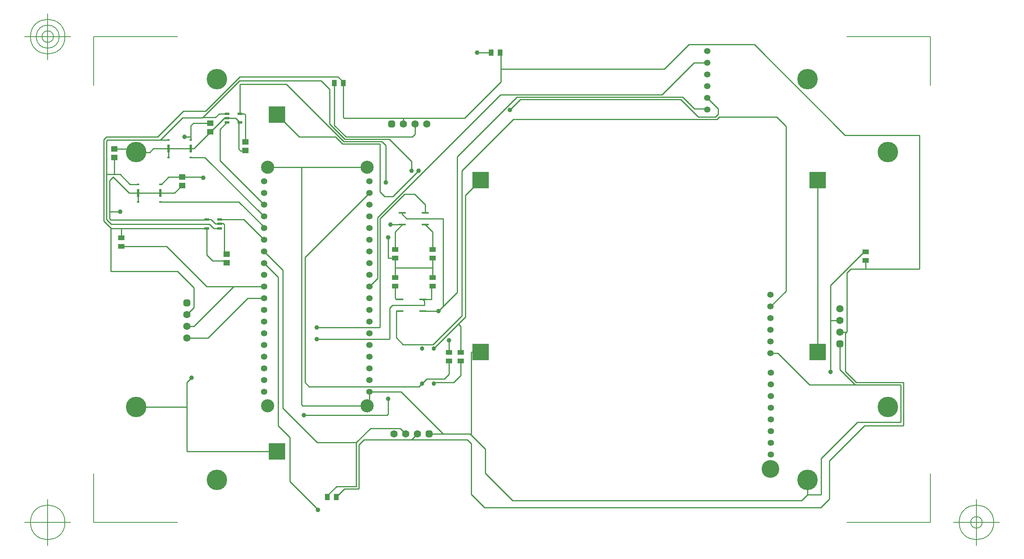
<source format=gbr>
G04 Generated by Ultiboard 14.2 *
%FSLAX24Y24*%
%MOIN*%

%ADD10C,0.0001*%
%ADD11C,0.0100*%
%ADD12C,0.0050*%
%ADD13C,0.0394*%
%ADD14C,0.1750*%
%ADD15R,0.0591X0.0157*%
%ADD16C,0.0380*%
%ADD17C,0.0534*%
%ADD18C,0.1518*%
%ADD19R,0.1430X0.1430*%
%ADD20C,0.1124*%
%ADD21R,0.0433X0.0236*%
%ADD22R,0.0236X0.0657*%
%ADD23R,0.0236X0.0157*%
%ADD24R,0.0551X0.0413*%
%ADD25R,0.0413X0.0551*%
%ADD26C,0.0633*%
%ADD27R,0.0208X0.0208*%
%ADD28C,0.0392*%
%ADD29R,0.0571X0.0453*%


G04 ColorRGB 00FF00 for the following layer *
%LNCopper Top*%
%LPD*%
G54D10*
G54D11*
X30200Y2374D02*
X30074Y2374D01*
X30126Y1626D02*
X30200Y1626D01*
X-8600Y-13700D02*
X-8096Y-13196D01*
X-12671Y-13700D02*
X-13100Y-14129D01*
X-13129Y-17900D02*
X-13100Y-17871D01*
X-13100Y-14129D01*
X-14326Y-17900D02*
X-15026Y-18600D01*
X-14326Y-17900D02*
X-13129Y-17900D01*
X-13329Y-17700D02*
X-13300Y-17671D01*
X-26135Y5100D02*
X-26106Y5129D01*
X-25355Y4755D02*
X-25729Y5129D01*
X-26106Y5129D01*
X-29345Y11200D02*
X-29345Y10450D01*
X-9563Y-12729D02*
X-9096Y-13196D01*
X-13315Y-17685D02*
X-13315Y-13944D01*
X-12100Y-12729D01*
X-6900Y2674D02*
X-6800Y2574D01*
X-9900Y2674D02*
X-10000Y2574D01*
X-10000Y1826D02*
X-10000Y174D01*
X-10000Y-574D02*
X-10000Y-1600D01*
X-9900Y-1700D01*
X-6800Y174D02*
X-6800Y1826D01*
X-10000Y1000D02*
X-6800Y1000D01*
X30074Y2374D02*
X27200Y-500D01*
X27200Y-3471D02*
X27229Y-3500D01*
X28000Y-3500D01*
X28571Y-4500D02*
X28000Y-4500D01*
X28600Y-4471D02*
X28571Y-4500D01*
X-10000Y1826D02*
X-10574Y1826D01*
X-27200Y-2400D02*
X-27800Y-3000D01*
X-6574Y1826D02*
X-6800Y1826D01*
X-33781Y4381D02*
X-26106Y4381D01*
X-34252Y4381D02*
X-33810Y4381D01*
X-12100Y-12729D02*
X-9563Y-12729D01*
X-34300Y5100D02*
X-26135Y5100D01*
X-34300Y5100D02*
X-34400Y5200D01*
X-33500Y5800D02*
X-34400Y5800D01*
X28585Y-4485D02*
X28585Y-4500D01*
X28485Y-4600D02*
X28585Y-4500D01*
X28485Y-4600D02*
X28485Y-7856D01*
X28000Y-5500D02*
X28000Y-7700D01*
X28600Y-4471D02*
X28600Y571D01*
X30229Y900D02*
X30200Y929D01*
X30200Y1626D02*
X30200Y929D01*
X28929Y900D02*
X30200Y900D01*
X28929Y900D02*
X28600Y571D01*
X34800Y929D02*
X34771Y900D01*
X30229Y900D02*
X34771Y900D01*
X34800Y929D02*
X34800Y9800D01*
X34771Y12350D02*
X34800Y12321D01*
X34800Y9800D02*
X34800Y12321D01*
X29050Y12350D02*
X34771Y12350D01*
X29500Y-12200D02*
X26400Y-15300D01*
X26371Y-18400D02*
X26400Y-18371D01*
X26400Y-15300D02*
X26400Y-18371D01*
X33200Y-12171D02*
X33171Y-12200D01*
X29500Y-12200D01*
X-26200Y14400D02*
X-28100Y14400D01*
X-30300Y12200D01*
X-34252Y4381D02*
X-34881Y5010D01*
X-34881Y11971D02*
X-34652Y12200D01*
X-30300Y12200D01*
X-34881Y5010D02*
X-34881Y11971D01*
X25240Y-17140D02*
X25240Y-18360D01*
X-25475Y4375D02*
X-25004Y4375D01*
X-25850Y4750D02*
X-25475Y4375D01*
X-34250Y4750D02*
X-25850Y4750D01*
X-34650Y5150D02*
X-34250Y4750D01*
X-34650Y11850D02*
X-34650Y5150D01*
X-34550Y11950D02*
X-34650Y11850D01*
X-34550Y11950D02*
X-29345Y11950D01*
X-25355Y4755D02*
X-24801Y4755D01*
X-27455Y11950D02*
X-27455Y13145D01*
X-34029Y9000D02*
X-34000Y9029D01*
X-34000Y10446D02*
X-34000Y9029D01*
X-29310Y11190D02*
X-29300Y11200D01*
X-33400Y4381D02*
X-33400Y3574D01*
X-33400Y2826D02*
X-29526Y2826D01*
X-34285Y4415D02*
X-34285Y685D01*
X-9500Y-9600D02*
X-5904Y-13196D01*
X-21900Y-600D02*
X-21200Y-600D01*
X-21200Y2400D02*
X-19600Y800D01*
X-21200Y1400D02*
X-20000Y200D01*
X-19600Y800D02*
X-19600Y-11000D01*
X-16671Y-13929D01*
X-19000Y-13500D02*
X-19000Y-17271D01*
X-16571Y-19700D01*
X-20000Y-12500D02*
X-19000Y-13500D01*
X-20000Y200D02*
X-20000Y-12500D01*
X-25004Y5135D02*
X-22935Y5135D01*
X-21200Y3400D01*
X27200Y-500D02*
X27200Y-3600D01*
X27200Y-7871D02*
X27200Y-3600D01*
X-10574Y3571D02*
X-10603Y3600D01*
X-10574Y1826D02*
X-10574Y3571D01*
X-10800Y8300D02*
X-10800Y11471D01*
X-12400Y9600D02*
X-20900Y9600D01*
X-16671Y-13929D02*
X-13315Y-13929D01*
X-13300Y-13929D01*
X-6900Y-674D02*
X-6800Y-574D01*
X-6900Y-1700D02*
X-6900Y-674D01*
X33171Y-9000D02*
X33200Y-9029D01*
X28000Y-7700D02*
X29300Y-9000D01*
X33200Y-9029D02*
X33200Y-12171D01*
X29300Y-9000D02*
X33171Y-9000D01*
X28485Y-7856D02*
X29415Y-8785D01*
X33435Y-8815D02*
X33406Y-8785D01*
X33435Y-12471D02*
X33406Y-12500D01*
X29415Y-8785D02*
X33406Y-8785D01*
X33435Y-8815D02*
X33435Y-12471D01*
X-14352Y13800D02*
X-6800Y13800D01*
X-21200Y-1600D02*
X-22600Y-1600D01*
X-29526Y2826D02*
X-26100Y-600D01*
X-21900Y-600D01*
X-26000Y-5000D02*
X-27800Y-5000D01*
X-22600Y-1600D02*
X-26000Y-5000D01*
X-23800Y-600D02*
X-27200Y-4000D01*
X-27800Y-4000D01*
X-15774Y-18474D02*
X-15000Y-17700D01*
X-13329Y-17700D01*
X-15774Y-18600D02*
X-15774Y-18474D01*
X30100Y-12500D02*
X27100Y-15500D01*
X27100Y-18771D01*
X33406Y-12500D02*
X30100Y-12500D01*
X29050Y12350D02*
X28450Y12350D01*
X20700Y20100D01*
X26371Y-19500D02*
X-2371Y-19500D01*
X26371Y-19500D02*
X27100Y-18771D01*
X26371Y-18400D02*
X25240Y-18400D01*
X-2371Y-19500D02*
X-3500Y-18371D01*
X-3829Y-13700D02*
X-3500Y-14029D01*
X-12671Y-13700D02*
X-3829Y-13700D01*
X-3500Y-18371D02*
X-3500Y-14029D01*
X-33450Y9000D02*
X-34650Y9000D01*
X-34400Y8471D02*
X-34096Y8775D01*
X-34400Y5200D02*
X-34400Y8471D01*
X-33500Y9000D02*
X-32650Y8150D01*
X-31945Y8150D01*
X-32721Y7400D02*
X-34096Y8775D01*
X-31945Y7400D02*
X-31945Y6650D01*
X-30055Y8150D02*
X-29950Y8150D01*
X-29346Y8754D01*
X-32721Y7400D02*
X-28846Y7400D01*
X-28200Y8046D01*
X-25600Y1600D02*
X-24400Y1600D01*
X-24400Y1446D01*
X-25004Y4755D02*
X-25004Y4800D01*
X-24700Y4800D01*
X-24600Y4700D01*
X-24600Y2154D01*
X-24400Y2154D01*
X-26100Y4375D02*
X-26100Y2100D01*
X-26106Y4381D02*
X-26100Y4375D01*
X-26100Y2100D02*
X-25600Y1600D01*
X-11500Y100D02*
X-12200Y-600D01*
X-27455Y12200D02*
X-28000Y12200D01*
X14571Y15600D02*
X15571Y14600D01*
X15540Y18540D02*
X16660Y18540D01*
X15571Y14600D02*
X16600Y14600D01*
X16660Y14540D01*
X17600Y14600D02*
X16660Y15540D01*
X17600Y14129D02*
X17600Y14600D01*
X14400Y15400D02*
X15900Y13900D01*
X17371Y13900D01*
X17600Y14129D01*
X-23250Y17350D02*
X-26200Y14400D01*
X-14397Y16871D02*
X-14397Y16829D01*
X-23250Y17350D02*
X-14876Y17350D01*
X-14397Y16871D01*
X-9300Y13800D02*
X-9300Y13300D01*
X-27800Y-8800D02*
X-27800Y-10890D01*
X-27800Y-8800D02*
X-27400Y-8400D01*
X-27800Y-10919D02*
X-27829Y-10890D01*
X-32110Y-10890D02*
X-27829Y-10890D01*
X12800Y15800D02*
X15540Y18540D01*
X-10450Y-5071D02*
X-10479Y-5100D01*
X-16700Y-5100D01*
X-10450Y-2429D02*
X-10221Y-2200D01*
X-10450Y-2429D02*
X-10450Y-5071D01*
X-28150Y13850D02*
X-30050Y11950D01*
X-25800Y13354D02*
X-27246Y13354D01*
X-27455Y13145D01*
X-24351Y13420D02*
X-24380Y13420D01*
X-24951Y12849D01*
X-23349Y13326D02*
X-23249Y13426D01*
X-23249Y14174D02*
X-22874Y14174D01*
X-22800Y14100D01*
X-22800Y11754D01*
X-23623Y13800D02*
X-23249Y13426D01*
X-24351Y14180D02*
X-25020Y14180D01*
X-25349Y13851D01*
X-26451Y13851D01*
X-28150Y13850D02*
X-26452Y13850D01*
X26100Y8500D02*
X26100Y-6200D01*
X-24951Y10151D02*
X-21200Y6400D01*
X-24951Y12849D02*
X-24951Y10151D01*
X-21200Y5400D02*
X-26250Y10450D01*
X-27455Y10450D01*
X-23350Y6650D02*
X-21200Y4500D01*
X-21200Y4400D02*
X-21200Y4500D01*
X-30055Y6650D02*
X-23350Y6650D01*
X-2300Y-14500D02*
X-3604Y-13196D01*
X-7096Y-13196D01*
X-2300Y-16571D02*
X-2300Y-14500D01*
X-17800Y-11600D02*
X-10700Y-11600D01*
X-27800Y-10919D02*
X-27800Y-14671D01*
X-27771Y-14700D02*
X-20100Y-14700D01*
X-27771Y-14700D02*
X-27800Y-14671D01*
X-29346Y8754D02*
X-26454Y8754D01*
X-26400Y8700D01*
X-25800Y12646D02*
X-25800Y12600D01*
X-27200Y11200D01*
X-30967Y10867D02*
X-30645Y11190D01*
X-29310Y11190D01*
X-22800Y11046D02*
X-22800Y11100D01*
X-24600Y13800D02*
X-23623Y13800D01*
X-24600Y13800D02*
X-25754Y12646D01*
X-29490Y11200D02*
X-27200Y11200D01*
X-23349Y11149D02*
X-23349Y13326D01*
X-23349Y11149D02*
X-23200Y11000D01*
X-22846Y11000D01*
X-22800Y11046D01*
X24740Y-18900D02*
X29Y-18900D01*
X-2300Y-16571D01*
X24740Y-18900D02*
X25240Y-18400D01*
X-14426Y13874D02*
X-14352Y13800D01*
X-14426Y16800D02*
X-14426Y13874D01*
X-15174Y16800D02*
X-15174Y13174D01*
X-8600Y10100D02*
X-8600Y9300D01*
X-11300Y7500D02*
X-10900Y7100D01*
X-10200Y7100D02*
X-8000Y9300D01*
X-10900Y7100D02*
X-10200Y7100D01*
X-12200Y7400D02*
X-17700Y1900D01*
X-15600Y13300D02*
X-15600Y16281D01*
X22600Y13900D02*
X23400Y13100D01*
X23400Y-1006D01*
X22092Y-2314D01*
X-18200Y12200D02*
X-15100Y12200D01*
X-18200Y12200D02*
X-20100Y14100D01*
X17700Y13900D02*
X22600Y13900D01*
X-971Y19345D02*
X-1026Y19400D01*
X17500Y13700D02*
X17700Y13900D01*
X-4300Y9300D02*
X100Y13700D01*
X17500Y13700D01*
X-10600Y-10200D02*
X-10600Y-11500D01*
X-10700Y-11600D01*
X-18000Y-10700D02*
X-18000Y9571D01*
X-18000Y-10700D02*
X-17900Y-10800D01*
X-12400Y-10800D01*
X-12200Y-9600D02*
X-9500Y-9600D01*
X-12200Y-9600D02*
X-12200Y-10600D01*
X-12400Y-10800D01*
X-17700Y-8800D02*
X-17350Y-9150D01*
X-7954Y-9150D01*
X-17700Y1900D02*
X-17700Y-8800D01*
X-4000Y7200D02*
X-2700Y8500D01*
X-32400Y11154D02*
X-34000Y11154D01*
X-32113Y10867D02*
X-30967Y10867D01*
X-32123Y10877D02*
X-32400Y11154D01*
X-32113Y10867D02*
X-32123Y10877D01*
X-11329Y11600D02*
X-11300Y11571D01*
X-14500Y11600D02*
X-15100Y12200D01*
X-11300Y7500D02*
X-11300Y11571D01*
X-14500Y11600D02*
X-11329Y11600D01*
X-14400Y11800D02*
X-11129Y11800D01*
X-10800Y11471D02*
X-11129Y11800D01*
X-14300Y12000D02*
X-10500Y12000D01*
X-14300Y12000D02*
X-15600Y13300D01*
X-10500Y12000D02*
X-8600Y10100D01*
X-15174Y13174D02*
X-14200Y12200D01*
X-8529Y12200D02*
X-8300Y12429D01*
X-14200Y12200D02*
X-8529Y12200D01*
X-8300Y12429D02*
X-8300Y13300D01*
X15100Y20100D02*
X13000Y18000D01*
X-971Y18000D02*
X13000Y18000D01*
X20700Y20100D02*
X15100Y20100D01*
X-7616Y-1700D02*
X-6900Y-1700D01*
X-10221Y-2200D02*
X-7500Y-2200D01*
X-7500Y-1816D01*
X-7616Y-1700D01*
X-4000Y-3204D02*
X-6700Y-5904D01*
X-4000Y7200D02*
X-4000Y-3204D01*
X-9900Y-2700D02*
X-9900Y-4971D01*
X-4300Y-3100D02*
X-4300Y9300D01*
X-9321Y-5550D02*
X-6750Y-5550D01*
X-4300Y-3100D01*
X-9321Y-5550D02*
X-9900Y-4971D01*
X-7616Y-2700D02*
X-6300Y-2700D01*
X-9384Y5700D02*
X-9384Y5584D01*
X-9000Y5200D01*
X-5900Y5200D01*
X-5900Y-2300D01*
X-7416Y4700D02*
X-6800Y4084D01*
X-6800Y2574D01*
X-10000Y2574D02*
X-10000Y4084D01*
X-9384Y4700D01*
X-11500Y5300D02*
X-1000Y15800D01*
X12800Y15800D01*
X-11500Y100D02*
X-11500Y5300D01*
X-11300Y-4071D02*
X-11329Y-4100D01*
X-16700Y-4100D02*
X-11329Y-4100D01*
X-11300Y-4071D02*
X-11300Y5200D01*
X-9200Y7300D01*
X-8316Y7300D02*
X-7416Y6400D01*
X-7416Y5700D01*
X-9200Y7300D02*
X-8316Y7300D01*
X-10400Y4700D02*
X-9384Y4700D01*
X-200Y14500D02*
X700Y15400D01*
X14400Y15400D01*
X400Y15600D02*
X14571Y15600D01*
X400Y15600D02*
X-4700Y10500D01*
X-4700Y-1100D01*
X-6300Y-2700D01*
X-3496Y-6229D02*
X-3467Y-6200D01*
X-2700Y-6200D02*
X-3467Y-6200D01*
X-3496Y-6229D02*
X-3496Y-13193D01*
X-5400Y-5200D02*
X-5400Y-6200D01*
X-7698Y-8898D02*
X-7700Y-8900D01*
X-3000Y19400D02*
X-1774Y19400D01*
X-4071Y13800D02*
X-971Y16900D01*
X-971Y19345D02*
X-971Y16900D01*
X-6800Y13800D02*
X-4071Y13800D01*
X-27200Y-700D02*
X-27200Y-2400D01*
X-27200Y-700D02*
X-28600Y700D01*
X-34285Y700D01*
X22092Y-6314D02*
X22714Y-6314D01*
X25400Y-9000D02*
X29300Y-9000D01*
X22714Y-6314D02*
X25400Y-9000D01*
X-4400Y-8200D02*
X-4400Y-6974D01*
X-5000Y-8800D02*
X-4400Y-8200D01*
X-4600Y-3800D02*
X-4600Y-3804D01*
X-4400Y-4004D02*
X-4400Y-6226D01*
X-4400Y-4004D02*
X-4600Y-3804D01*
X-6696Y-8896D02*
X-6600Y-8800D01*
X-5000Y-8800D01*
X-5400Y-6974D02*
X-5400Y-8100D01*
X-5800Y-8500D01*
X-7304Y-8500D01*
X-7954Y-9150D01*
X-23220Y16700D02*
X-23249Y16671D01*
X-23249Y14174D01*
X-19300Y16700D02*
X-14400Y11800D01*
X-23220Y16700D02*
X-19300Y16700D01*
X-16329Y17010D02*
X-23292Y17010D01*
X-26452Y13850D02*
X-23292Y17010D01*
X-16329Y17010D02*
X-15600Y16281D01*
G54D12*
X-35743Y-20768D02*
X-35743Y-16614D01*
X-35743Y-20768D02*
X-28594Y-20768D01*
X35743Y-20768D02*
X28594Y-20768D01*
X35743Y-20768D02*
X35743Y-16614D01*
X35743Y20768D02*
X35743Y16614D01*
X35743Y20768D02*
X28594Y20768D01*
X-35743Y20768D02*
X-28594Y20768D01*
X-35743Y20768D02*
X-35743Y16614D01*
X-37711Y-20768D02*
X-41648Y-20768D01*
X-39680Y-22736D02*
X-39680Y-18799D01*
X-41156Y-20768D02*
G75*
D01*
G02X-41156Y-20768I1476J0*
G01*
X37711Y-20768D02*
X41648Y-20768D01*
X39680Y-22736D02*
X39680Y-18799D01*
X38203Y-20768D02*
G75*
D01*
G02X38203Y-20768I1477J0*
G01*
X39188Y-20768D02*
G75*
D01*
G02X39188Y-20768I492J0*
G01*
X-37711Y20768D02*
X-41648Y20768D01*
X-39680Y18799D02*
X-39680Y22736D01*
X-41156Y20768D02*
G75*
D01*
G02X-41156Y20768I1476J0*
G01*
X-40664Y20768D02*
G75*
D01*
G02X-40664Y20768I984J0*
G01*
X-40172Y20768D02*
G75*
D01*
G02X-40172Y20768I492J0*
G01*
G54D13*
X-33500Y5800D03*
X-27400Y-8400D03*
X-16600Y-19700D03*
X27200Y-7900D03*
X-10600Y3600D03*
X-10800Y8300D03*
X-16700Y-4100D03*
X-16700Y-5100D03*
X-17800Y-11600D03*
X-26400Y8700D03*
X-28000Y12200D03*
X-8600Y9300D03*
X-8000Y9300D03*
X-10600Y-10200D03*
X-6300Y-2700D03*
X-10400Y4700D03*
X-200Y14500D03*
X-5400Y-5200D03*
X-3000Y19400D03*
G54D14*
X-25240Y17140D03*
X25240Y17140D03*
X32110Y10890D03*
X32110Y-10890D03*
X-32110Y10890D03*
X-25240Y-17140D03*
X25240Y-17140D03*
X-32110Y-10890D03*
G54D15*
X-7416Y4700D03*
X-7416Y5700D03*
X-9384Y4700D03*
X-9384Y5700D03*
X-9584Y-1700D03*
X-9584Y-2700D03*
X-7616Y-1700D03*
X-7616Y-2700D03*
G54D16*
X-7700Y-8896D03*
X-6700Y-8896D03*
X-6700Y-5904D03*
X-7700Y-5904D03*
G54D17*
X22100Y-7955D03*
X22100Y-8955D03*
X22100Y-9955D03*
X22100Y-10955D03*
X22100Y-11955D03*
X22100Y-12955D03*
X22100Y-13955D03*
X22100Y-14955D03*
X22092Y-6314D03*
X22092Y-5314D03*
X22092Y-4314D03*
X22092Y-3314D03*
X22092Y-2314D03*
X22092Y-1314D03*
X-12200Y-9600D03*
X-12200Y-8600D03*
X-12200Y-7600D03*
X-12200Y-6600D03*
X-12200Y-5600D03*
X-12200Y-4600D03*
X-12200Y-3600D03*
X-12200Y-2600D03*
X-12200Y-1600D03*
X-12200Y-600D03*
X-12200Y400D03*
X-12200Y1400D03*
X-12200Y2400D03*
X-12200Y3400D03*
X-12200Y4400D03*
X-12200Y5400D03*
X-12200Y6400D03*
X-12200Y7400D03*
X-12200Y8400D03*
X-21200Y-9600D03*
X-21200Y-8600D03*
X-21200Y-7600D03*
X-21200Y-6600D03*
X-21200Y-5600D03*
X-21200Y-4600D03*
X-21200Y-3600D03*
X-21200Y-2600D03*
X-21200Y-1600D03*
X-21200Y-600D03*
X-21200Y400D03*
X-21200Y1400D03*
X-21200Y2400D03*
X-21200Y3400D03*
X-21200Y4400D03*
X-21200Y5400D03*
X-21200Y6400D03*
X-21200Y7400D03*
X-21200Y8400D03*
X16660Y14540D03*
X16660Y15540D03*
X16660Y16540D03*
X16660Y17540D03*
X16660Y18540D03*
X16660Y19540D03*
G54D18*
X22092Y-16195D03*
G54D19*
X-20100Y-14700D03*
X-20100Y14100D03*
X-2700Y-6200D03*
X26100Y-6200D03*
X26100Y8500D03*
X-2700Y8500D03*
G54D20*
X-12400Y-10800D03*
X-20900Y-10800D03*
X-20900Y9600D03*
X-12400Y9600D03*
G54D21*
X-23249Y13426D03*
X-23249Y14174D03*
X-24351Y13800D03*
X-24351Y14180D03*
X-24351Y13420D03*
X-26106Y5129D03*
X-26106Y4381D03*
X-25004Y4755D03*
X-25004Y4375D03*
X-25004Y5135D03*
G54D22*
X-29345Y11200D03*
X-27455Y11200D03*
X-31945Y7400D03*
X-30055Y7400D03*
G54D23*
X-29345Y10450D03*
X-29345Y11950D03*
X-27455Y11950D03*
X-27455Y10450D03*
X-31945Y6650D03*
X-31945Y8150D03*
X-30055Y8150D03*
X-30055Y6650D03*
G54D24*
X-5400Y-6226D03*
X-5400Y-6974D03*
X-10000Y174D03*
X-10000Y-574D03*
X-6800Y174D03*
X-6800Y-574D03*
X-6800Y1826D03*
X-6800Y2574D03*
X-10000Y1826D03*
X-10000Y2574D03*
X30200Y2374D03*
X30200Y1626D03*
X-33400Y2826D03*
X-33400Y3574D03*
X-4400Y-6226D03*
X-4400Y-6974D03*
G54D25*
X-1774Y19400D03*
X-1026Y19400D03*
X-15774Y-18600D03*
X-15026Y-18600D03*
X-15174Y16800D03*
X-14426Y16800D03*
G54D26*
X28000Y-3500D03*
X28000Y-4500D03*
X28000Y-2500D03*
X-27800Y-4000D03*
X-27800Y-3000D03*
X-27800Y-5000D03*
X-9096Y-13196D03*
X-8096Y-13196D03*
X-10096Y-13196D03*
X-8300Y13300D03*
X-9300Y13300D03*
X-7300Y13300D03*
G54D27*
X28000Y-5500D03*
X-27800Y-2000D03*
X-7096Y-13196D03*
X-10300Y13300D03*
G54D28*
X27896Y-5604D02*
X28104Y-5604D01*
X28104Y-5396D01*
X27896Y-5396D01*
X27896Y-5604D01*D02*
X-27904Y-2104D02*
X-27696Y-2104D01*
X-27696Y-1896D01*
X-27904Y-1896D01*
X-27904Y-2104D01*D02*
X-7200Y-13300D02*
X-6992Y-13300D01*
X-6992Y-13092D01*
X-7200Y-13092D01*
X-7200Y-13300D01*D02*
X-10404Y13196D02*
X-10196Y13196D01*
X-10196Y13404D01*
X-10404Y13404D01*
X-10404Y13196D01*D02*
G54D29*
X-22800Y11754D03*
X-22800Y11046D03*
X-25800Y13354D03*
X-25800Y12646D03*
X-24400Y1446D03*
X-24400Y2154D03*
X-28200Y8754D03*
X-28200Y8046D03*
X-34000Y10446D03*
X-34000Y11154D03*

M02*

</source>
